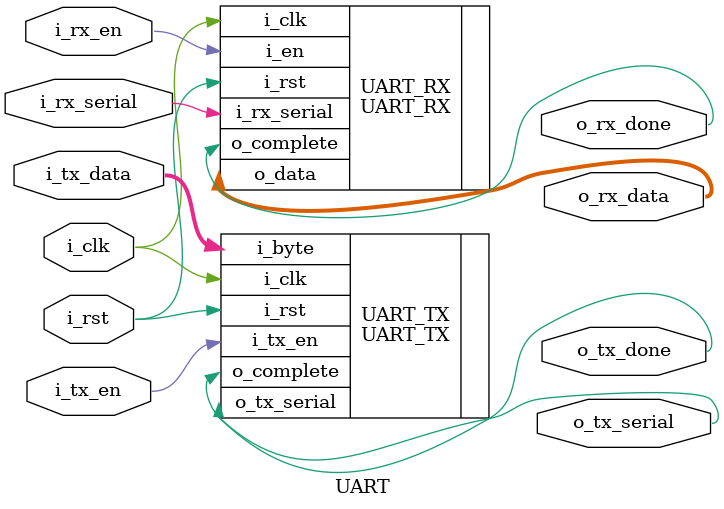
<source format=v>
`timescale 1ns / 1ps

/*
    This module implements the UART (Universal Asynchronous Receiver Transmitter)
    
*/

module UART(
    input i_clk,                        // Clock source
    input i_rst,                        // Reset
    input i_rx_serial,                  // RX line (Connected to uart_rx)
    input i_rx_en,                      // RX enable flag (Connected to SCON[4])
    input [7:0] i_tx_data,              // TX data to transmit (Connected to SBUF)
    input i_tx_en,                      // TX enable flag (Connected to SCON[3])
    output o_rx_done,                   // RX done flag (Connected to SCON[7])
    output [7:0] o_rx_data,             // RX data received (Connected to SBUF)
    output o_tx_done,                   // TX done flag (Connected to SCON[6])
    output o_tx_serial                  // TX line (Connected to uart_tx)
);

    // Instanciate the UART Receiver
    UART_RX UART_RX(
        .i_clk(i_clk),                  // Clock source
        .i_rst(i_rst),                  // Reset
        .i_rx_serial(i_rx_serial),      // Receive bit (RX line)
        .i_en(i_rx_en),                 // Enable reception
        .o_complete(o_rx_done),         // Complete flag
        .o_data(o_rx_data)              // Output data
    );
    
    // Instanciate the UART Transmitter
    UART_TX UART_TX(
        .i_clk(i_clk),                  // Clock source
        .i_rst(i_rst),                  // Reset
        .i_byte(i_tx_data),             // Byte to transmit
        .i_tx_en(i_tx_en),              // TX Enable
        .o_complete(o_tx_done),         // TX Complete flag
        .o_tx_serial(o_tx_serial)       // Tx line
    );

endmodule
</source>
